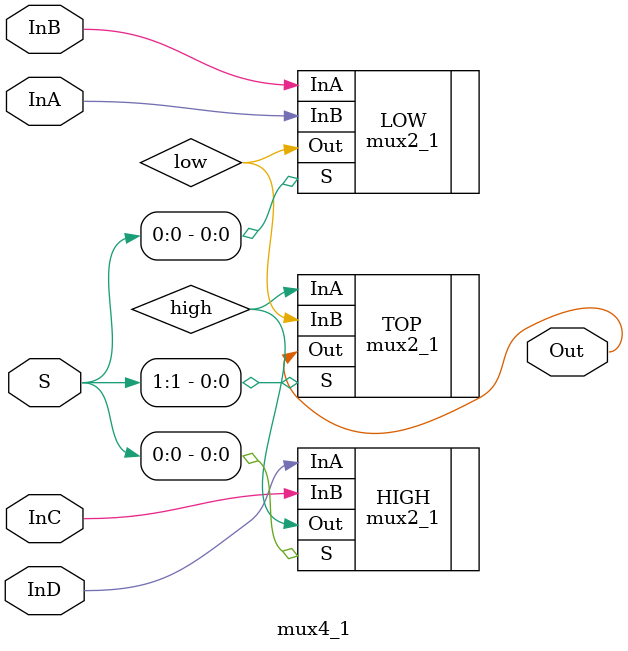
<source format=v>
module mux4_1(InA, InB, InC, InD, S, Out);
	input InA;
	input InB;
	input InC;
	input InD;
	input [1:0] S;
	output Out;

	wire low, high;

	mux2_1 LOW(.InA(InB), .InB(InA), .S(S[0]), .Out(low));
	mux2_1 HIGH(.InA(InD), .InB(InC), .S(S[0]), .Out(high));
	
	mux2_1 TOP(.InA(high), .InB(low), .S(S[1]), .Out(Out));

endmodule


</source>
